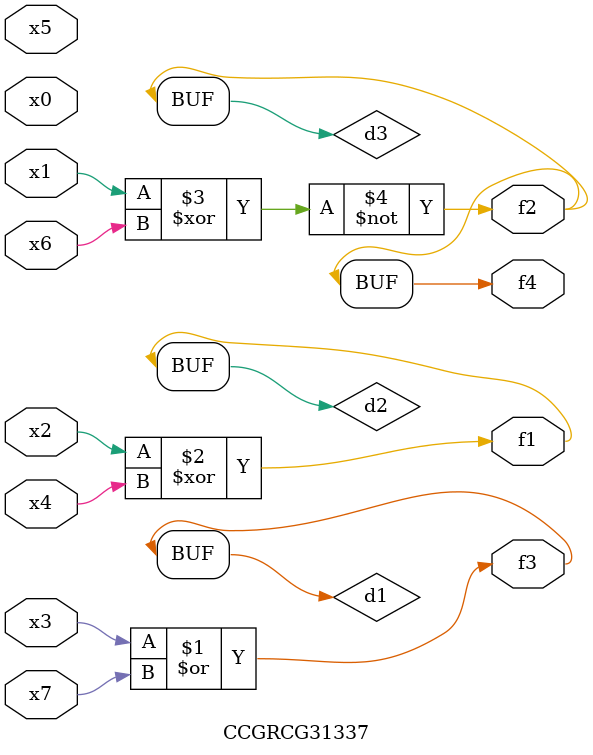
<source format=v>
module CCGRCG31337(
	input x0, x1, x2, x3, x4, x5, x6, x7,
	output f1, f2, f3, f4
);

	wire d1, d2, d3;

	or (d1, x3, x7);
	xor (d2, x2, x4);
	xnor (d3, x1, x6);
	assign f1 = d2;
	assign f2 = d3;
	assign f3 = d1;
	assign f4 = d3;
endmodule

</source>
